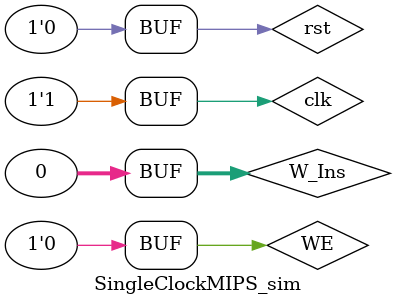
<source format=v>
`timescale 1 ps/ 1 ps


module SingleClockMIPS_sim();
parameter PERIOD=10000;  // (clock period)/2

// constants
// general purpose registers
  reg clk;
  reg rst;
  reg WE;
  reg [31:0] W_Ins;
// wires
  wire [31:0] PC, Result;

// assign statements (if any)
SingleClockMIPS SingleClockMIPS0 (
// port map - connection between master ports and signals/registers
  .CLK(clk),
  .RST(rst),
  .W_Ins(W_Ins),
  .WE(WE),
  .PC(PC),
  .Result(Result)
);

// rst
initial
begin
  rst =              1'b1;
  WE =               1'b0;
  W_Ins =            32'b0;
end

always
begin
  rst =       1'b1;
  rst = #1500 1'b0;
        #500000;
end

// clk
always
begin
  clk =       1'b0;
  clk = #500 1'b1;
        #500;
end

endmodule

</source>
